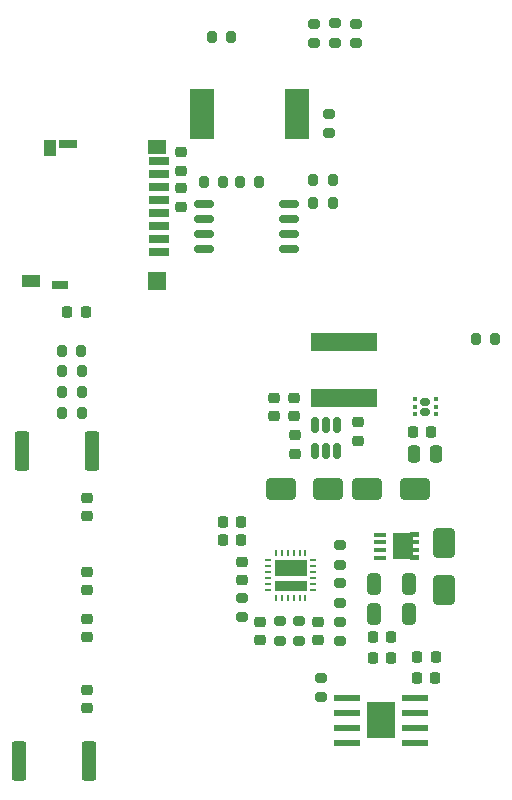
<source format=gbr>
%TF.GenerationSoftware,KiCad,Pcbnew,9.0.0*%
%TF.CreationDate,2025-04-29T18:34:20-04:00*%
%TF.ProjectId,Aurora Orbiton Edition,4175726f-7261-4204-9f72-6269746f6e20,rev?*%
%TF.SameCoordinates,Original*%
%TF.FileFunction,Paste,Bot*%
%TF.FilePolarity,Positive*%
%FSLAX46Y46*%
G04 Gerber Fmt 4.6, Leading zero omitted, Abs format (unit mm)*
G04 Created by KiCad (PCBNEW 9.0.0) date 2025-04-29 18:34:20*
%MOMM*%
%LPD*%
G01*
G04 APERTURE LIST*
G04 Aperture macros list*
%AMRoundRect*
0 Rectangle with rounded corners*
0 $1 Rounding radius*
0 $2 $3 $4 $5 $6 $7 $8 $9 X,Y pos of 4 corners*
0 Add a 4 corners polygon primitive as box body*
4,1,4,$2,$3,$4,$5,$6,$7,$8,$9,$2,$3,0*
0 Add four circle primitives for the rounded corners*
1,1,$1+$1,$2,$3*
1,1,$1+$1,$4,$5*
1,1,$1+$1,$6,$7*
1,1,$1+$1,$8,$9*
0 Add four rect primitives between the rounded corners*
20,1,$1+$1,$2,$3,$4,$5,0*
20,1,$1+$1,$4,$5,$6,$7,0*
20,1,$1+$1,$6,$7,$8,$9,0*
20,1,$1+$1,$8,$9,$2,$3,0*%
%AMFreePoly0*
4,1,21,1.372500,0.787500,0.862500,0.787500,0.862500,0.532500,1.372500,0.532500,1.372500,0.127500,0.862500,0.127500,0.862500,-0.127500,1.372500,-0.127500,1.372500,-0.532500,0.862500,-0.532500,0.862500,-0.787500,1.372500,-0.787500,1.372500,-1.195000,0.612500,-1.195000,0.612500,-1.117500,-0.862500,-1.117500,-0.862500,1.117500,0.612500,1.117500,0.612500,1.195000,1.372500,1.195000,
1.372500,0.787500,1.372500,0.787500,$1*%
G04 Aperture macros list end*
%ADD10RoundRect,0.225000X0.250000X-0.225000X0.250000X0.225000X-0.250000X0.225000X-0.250000X-0.225000X0*%
%ADD11RoundRect,0.225000X-0.250000X0.225000X-0.250000X-0.225000X0.250000X-0.225000X0.250000X0.225000X0*%
%ADD12RoundRect,0.225000X-0.225000X-0.250000X0.225000X-0.250000X0.225000X0.250000X-0.225000X0.250000X0*%
%ADD13RoundRect,0.200000X0.275000X-0.200000X0.275000X0.200000X-0.275000X0.200000X-0.275000X-0.200000X0*%
%ADD14RoundRect,0.200000X0.200000X0.275000X-0.200000X0.275000X-0.200000X-0.275000X0.200000X-0.275000X0*%
%ADD15RoundRect,0.200000X-0.200000X-0.275000X0.200000X-0.275000X0.200000X0.275000X-0.200000X0.275000X0*%
%ADD16RoundRect,0.250000X-1.000000X-0.650000X1.000000X-0.650000X1.000000X0.650000X-1.000000X0.650000X0*%
%ADD17RoundRect,0.250000X0.650000X-1.000000X0.650000X1.000000X-0.650000X1.000000X-0.650000X-1.000000X0*%
%ADD18RoundRect,0.150000X0.150000X-0.512500X0.150000X0.512500X-0.150000X0.512500X-0.150000X-0.512500X0*%
%ADD19RoundRect,0.225000X0.225000X0.250000X-0.225000X0.250000X-0.225000X-0.250000X0.225000X-0.250000X0*%
%ADD20RoundRect,0.200000X-0.275000X0.200000X-0.275000X-0.200000X0.275000X-0.200000X0.275000X0.200000X0*%
%ADD21R,0.575000X0.240000*%
%ADD22R,0.240000X0.575000*%
%ADD23R,2.700000X1.450000*%
%ADD24R,2.700000X0.850000*%
%ADD25R,5.700000X1.600000*%
%ADD26R,2.400000X3.100000*%
%ADD27R,2.200000X0.500000*%
%ADD28RoundRect,0.160000X0.245000X0.160000X-0.245000X0.160000X-0.245000X-0.160000X0.245000X-0.160000X0*%
%ADD29RoundRect,0.093750X0.093750X0.106250X-0.093750X0.106250X-0.093750X-0.106250X0.093750X-0.106250X0*%
%ADD30R,1.750000X0.700000*%
%ADD31R,1.000000X1.450000*%
%ADD32R,1.550000X1.000000*%
%ADD33R,1.500000X0.800000*%
%ADD34R,1.500000X1.300000*%
%ADD35R,1.500000X1.500000*%
%ADD36R,1.400000X0.800000*%
%ADD37RoundRect,0.250000X-0.325000X-0.650000X0.325000X-0.650000X0.325000X0.650000X-0.325000X0.650000X0*%
%ADD38R,2.000000X4.200000*%
%ADD39RoundRect,0.250000X1.000000X0.650000X-1.000000X0.650000X-1.000000X-0.650000X1.000000X-0.650000X0*%
%ADD40RoundRect,0.162500X-0.650000X-0.162500X0.650000X-0.162500X0.650000X0.162500X-0.650000X0.162500X0*%
%ADD41R,0.990000X0.405000*%
%ADD42FreePoly0,0.000000*%
%ADD43RoundRect,0.250000X-0.362500X-1.425000X0.362500X-1.425000X0.362500X1.425000X-0.362500X1.425000X0*%
%ADD44RoundRect,0.250000X-0.250000X-0.475000X0.250000X-0.475000X0.250000X0.475000X-0.250000X0.475000X0*%
G04 APERTURE END LIST*
D10*
%TO.C,C47*%
X131750000Y-116775000D03*
X131750000Y-115225000D03*
%TD*%
D11*
%TO.C,C28*%
X139750000Y-69700000D03*
X139750000Y-71250000D03*
%TD*%
D12*
%TO.C,C44*%
X159701049Y-114221187D03*
X161251049Y-114221187D03*
%TD*%
D10*
%TO.C,C4*%
X154660724Y-94103577D03*
X154660724Y-92553577D03*
%TD*%
D13*
%TO.C,R46*%
X151000000Y-60475000D03*
X151000000Y-58825000D03*
%TD*%
D14*
%TO.C,R18*%
X152575000Y-72050000D03*
X150925000Y-72050000D03*
%TD*%
D15*
%TO.C,R10*%
X164675000Y-85500000D03*
X166325000Y-85500000D03*
%TD*%
D16*
%TO.C,D1*%
X155500000Y-98250000D03*
X159500000Y-98250000D03*
%TD*%
D17*
%TO.C,D4*%
X162000000Y-106750000D03*
X162000000Y-102750000D03*
%TD*%
D13*
%TO.C,R9*%
X148087000Y-111075000D03*
X148087000Y-109425000D03*
%TD*%
D18*
%TO.C,U2*%
X152950000Y-95025000D03*
X152000000Y-95025000D03*
X151050000Y-95025000D03*
X151050000Y-92750000D03*
X152000000Y-92750000D03*
X152950000Y-92750000D03*
%TD*%
D12*
%TO.C,C1*%
X159360458Y-93355479D03*
X160910458Y-93355479D03*
%TD*%
D19*
%TO.C,C10*%
X144837000Y-102500000D03*
X143287000Y-102500000D03*
%TD*%
D20*
%TO.C,R8*%
X153177682Y-109454785D03*
X153177682Y-111104785D03*
%TD*%
D12*
%TO.C,C9*%
X155950000Y-112500000D03*
X157500000Y-112500000D03*
%TD*%
D10*
%TO.C,C15*%
X144900000Y-105950000D03*
X144900000Y-104400000D03*
%TD*%
D13*
%TO.C,R56*%
X152250000Y-68075000D03*
X152250000Y-66425000D03*
%TD*%
D21*
%TO.C,IC1*%
X150913000Y-104250000D03*
X150913000Y-104750000D03*
X150913000Y-105250000D03*
X150913000Y-105750000D03*
X150913000Y-106250000D03*
X150913000Y-106750000D03*
D22*
X150250000Y-107412000D03*
X149750000Y-107412000D03*
X149250000Y-107412000D03*
X148750000Y-107412000D03*
X148250000Y-107412000D03*
X147750000Y-107412000D03*
D21*
X147087000Y-106750000D03*
X147087000Y-106250000D03*
X147087000Y-105750000D03*
X147087000Y-105250000D03*
X147087000Y-104750000D03*
X147087000Y-104250000D03*
D22*
X147750000Y-103588000D03*
X148250000Y-103588000D03*
X148750000Y-103588000D03*
X149250000Y-103588000D03*
X149750000Y-103588000D03*
X150250000Y-103588000D03*
D23*
X149000000Y-104875000D03*
D24*
X149000000Y-106425000D03*
%TD*%
D11*
%TO.C,C17*%
X151337000Y-109475000D03*
X151337000Y-111025000D03*
%TD*%
D13*
%TO.C,R7*%
X144900000Y-109075000D03*
X144900000Y-107425000D03*
%TD*%
D25*
%TO.C,L1*%
X153500000Y-90462500D03*
X153500000Y-85762500D03*
%TD*%
D14*
%TO.C,R40*%
X143277500Y-72250000D03*
X141627500Y-72250000D03*
%TD*%
D20*
%TO.C,R11*%
X149740475Y-109425000D03*
X149740475Y-111075000D03*
%TD*%
D10*
%TO.C,C39*%
X131750000Y-106775000D03*
X131750000Y-105225000D03*
%TD*%
D20*
%TO.C,R6*%
X153177682Y-106204785D03*
X153177682Y-107854785D03*
%TD*%
D13*
%TO.C,R26*%
X151550000Y-115825000D03*
X151550000Y-114175000D03*
%TD*%
D26*
%TO.C,U8*%
X156626049Y-117771187D03*
D27*
X153751049Y-119676187D03*
X153751049Y-118406187D03*
X153751049Y-117136187D03*
X153751049Y-115866187D03*
X159501049Y-115866187D03*
X159501049Y-117136187D03*
X159501049Y-118406187D03*
X159501049Y-119676187D03*
%TD*%
D12*
%TO.C,C8*%
X155975000Y-110750000D03*
X157525000Y-110750000D03*
%TD*%
D15*
%TO.C,R1*%
X142335627Y-59905825D03*
X143985627Y-59905825D03*
%TD*%
D28*
%TO.C,U1*%
X160387500Y-91650000D03*
X160387500Y-90850000D03*
D29*
X161275000Y-90600000D03*
X161275000Y-91250000D03*
X161275000Y-91900000D03*
X159500000Y-91900000D03*
X159500000Y-91250000D03*
X159500000Y-90600000D03*
%TD*%
D30*
%TO.C,J5*%
X137850000Y-78175000D03*
X137850000Y-77075000D03*
X137850000Y-75975000D03*
X137850000Y-74875000D03*
X137850000Y-73775000D03*
X137850000Y-72675000D03*
X137850000Y-71575000D03*
X137850000Y-70475000D03*
D31*
X128625000Y-69350000D03*
D32*
X127050000Y-80575000D03*
D33*
X130125000Y-69025000D03*
D34*
X137725000Y-69275000D03*
D35*
X137725000Y-80625000D03*
D36*
X129475000Y-80975000D03*
%TD*%
D37*
%TO.C,C6*%
X156050000Y-108760000D03*
X159000000Y-108760000D03*
%TD*%
D12*
%TO.C,C43*%
X159726049Y-112471187D03*
X161276049Y-112471187D03*
%TD*%
D11*
%TO.C,C38*%
X131750000Y-98950000D03*
X131750000Y-100500000D03*
%TD*%
D38*
%TO.C,BZ1*%
X149500000Y-66500000D03*
X141500000Y-66500000D03*
%TD*%
D14*
%TO.C,R17*%
X152575000Y-74000000D03*
X150925000Y-74000000D03*
%TD*%
D39*
%TO.C,D3*%
X152166371Y-98250000D03*
X148166371Y-98250000D03*
%TD*%
D40*
%TO.C,U7*%
X141662500Y-77905000D03*
X141662500Y-76635000D03*
X141662500Y-75365000D03*
X141662500Y-74095000D03*
X148837500Y-74095000D03*
X148837500Y-75365000D03*
X148837500Y-76635000D03*
X148837500Y-77905000D03*
%TD*%
D11*
%TO.C,C16*%
X146434870Y-109465222D03*
X146434870Y-111015222D03*
%TD*%
D12*
%TO.C,C42*%
X130100505Y-83183670D03*
X131650505Y-83183670D03*
%TD*%
D37*
%TO.C,C7*%
X156050000Y-106250000D03*
X159000000Y-106250000D03*
%TD*%
D14*
%TO.C,R33*%
X131325000Y-90000000D03*
X129675000Y-90000000D03*
%TD*%
%TO.C,R37*%
X146325000Y-72250000D03*
X144675000Y-72250000D03*
%TD*%
D13*
%TO.C,R55*%
X154500000Y-60475000D03*
X154500000Y-58825000D03*
%TD*%
D19*
%TO.C,C11*%
X144837000Y-101000000D03*
X143287000Y-101000000D03*
%TD*%
D11*
%TO.C,C13*%
X147586925Y-90500000D03*
X147586925Y-92050000D03*
%TD*%
D41*
%TO.C,Q1*%
X156555000Y-104055000D03*
X156555000Y-103395000D03*
X156555000Y-102735000D03*
X156555000Y-102075000D03*
D42*
X158547500Y-103065000D03*
%TD*%
D14*
%TO.C,R25*%
X131325000Y-88250000D03*
X129675000Y-88250000D03*
%TD*%
D11*
%TO.C,C46*%
X131750000Y-109225000D03*
X131750000Y-110775000D03*
%TD*%
D43*
%TO.C,R51*%
X126037500Y-121250000D03*
X131962500Y-121250000D03*
%TD*%
D13*
%TO.C,R52*%
X152750000Y-60437500D03*
X152750000Y-58787500D03*
%TD*%
D14*
%TO.C,R22*%
X131250000Y-86500000D03*
X129600000Y-86500000D03*
%TD*%
%TO.C,R36*%
X131325000Y-91750000D03*
X129675000Y-91750000D03*
%TD*%
D44*
%TO.C,C2*%
X159406360Y-95220870D03*
X161306360Y-95220870D03*
%TD*%
D10*
%TO.C,C12*%
X149350000Y-95225000D03*
X149350000Y-93675000D03*
%TD*%
D11*
%TO.C,C14*%
X149257788Y-90508748D03*
X149257788Y-92058748D03*
%TD*%
D43*
%TO.C,R41*%
X126287500Y-95000000D03*
X132212500Y-95000000D03*
%TD*%
D10*
%TO.C,C19*%
X139696581Y-74300000D03*
X139696581Y-72750000D03*
%TD*%
D20*
%TO.C,R2*%
X153177682Y-102954785D03*
X153177682Y-104604785D03*
%TD*%
M02*

</source>
